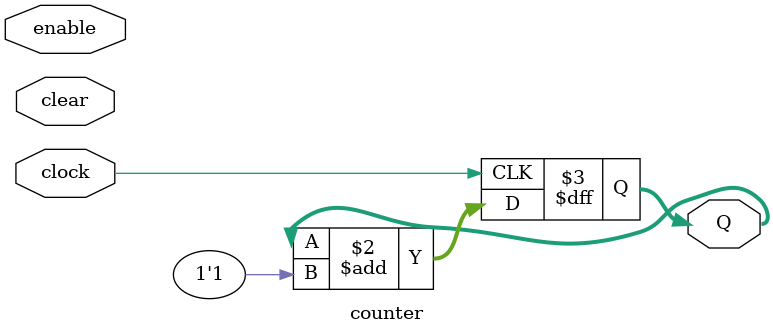
<source format=v>
module counter(enable, clear, clock, Q);

 input enable, clear, clock; output reg [15:0] Q;
always @ (posedge clock) Q <= Q + 1'b1;
endmodule
</source>
